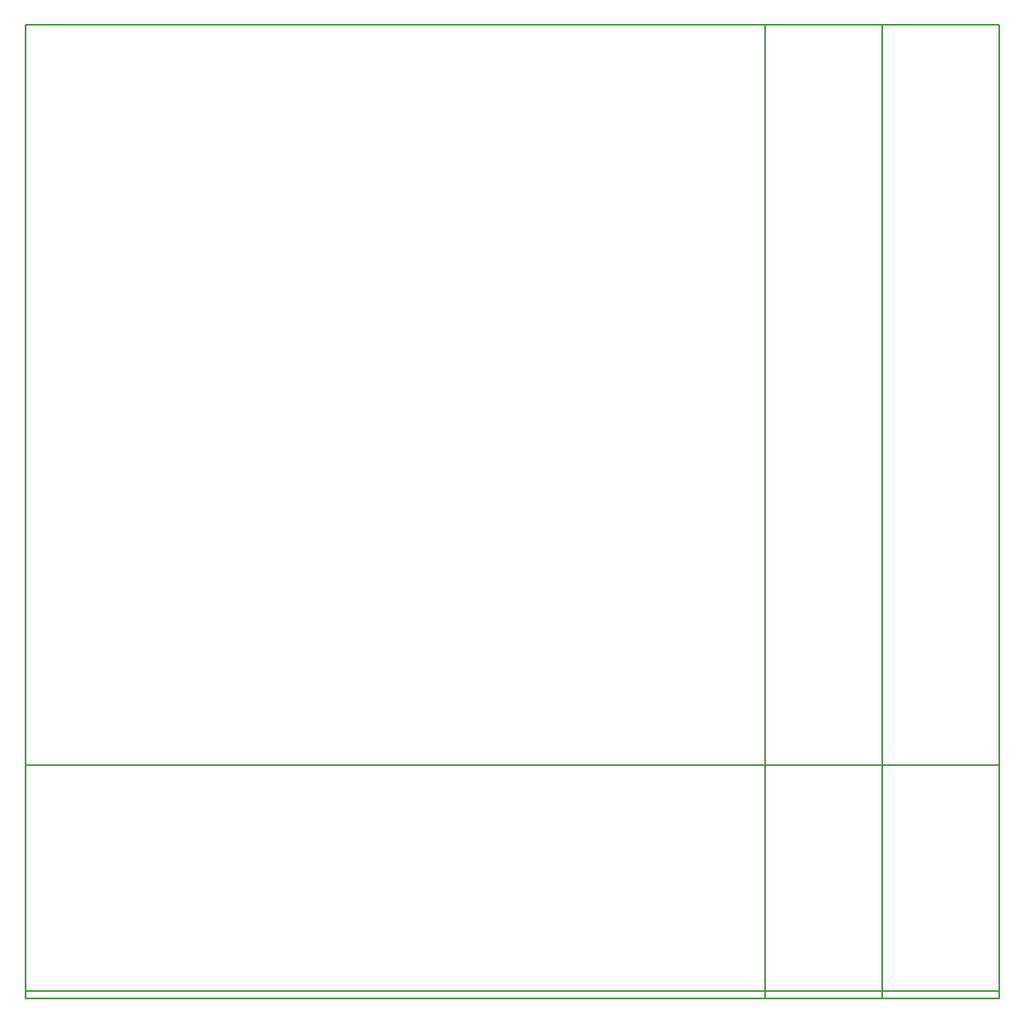
<source format=gm1>
%TF.GenerationSoftware,KiCad,Pcbnew,4.0.7*%
%TF.CreationDate,2017-11-17T14:01:58+08:00*%
%TF.ProjectId,merged,6D65726765642E6B696361645F706362,rev?*%
%TF.FileFunction,Profile,NP*%
%FSLAX46Y46*%
G04 Gerber Fmt 4.6, Leading zero omitted, Abs format (unit mm)*
G04 Created by KiCad (PCBNEW 4.0.7) date 11/17/17 14:01:58*
%MOMM*%
%LPD*%
G01*
G04 APERTURE LIST*
%ADD10C,0.100000*%
%ADD11C,0.200000*%
G04 APERTURE END LIST*
D10*
D11*
X88000000Y0D02*
X88000000Y100000000D01*
X0Y24000000D02*
X100000000Y24000000D01*
X100000000Y800000D02*
X0Y800000D01*
X76000000Y100000000D02*
X76000000Y0D01*
X100000000Y100000000D02*
X0Y100000000D01*
X100000000Y0D02*
X100000000Y100000000D01*
X0Y0D02*
X100000000Y0D01*
X0Y100000000D02*
X0Y0D01*
M02*

</source>
